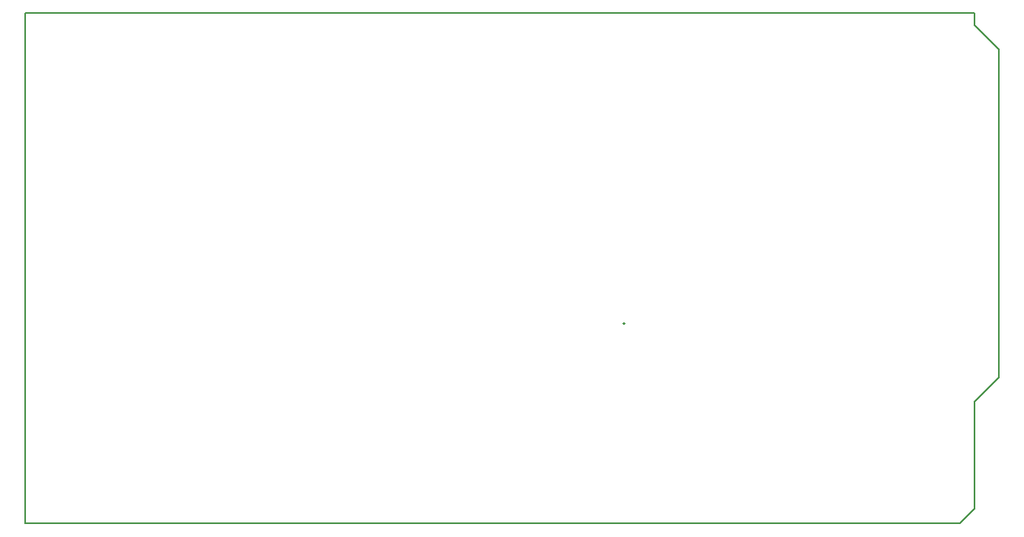
<source format=gbr>
%TF.GenerationSoftware,KiCad,Pcbnew,(6.0.1)*%
%TF.CreationDate,2022-11-01T11:59:45+11:00*%
%TF.ProjectId,IS250 Interface Board,49533235-3020-4496-9e74-657266616365,rev?*%
%TF.SameCoordinates,Original*%
%TF.FileFunction,Legend,Bot*%
%TF.FilePolarity,Positive*%
%FSLAX46Y46*%
G04 Gerber Fmt 4.6, Leading zero omitted, Abs format (unit mm)*
G04 Created by KiCad (PCBNEW (6.0.1)) date 2022-11-01 11:59:45*
%MOMM*%
%LPD*%
G01*
G04 APERTURE LIST*
%ADD10C,0.150000*%
G04 APERTURE END LIST*
D10*
%TO.C,XA1*%
X129159000Y-94678642D02*
X129111380Y-94726261D01*
X129159000Y-94773880D01*
X129206619Y-94726261D01*
X129159000Y-94678642D01*
X129159000Y-94773880D01*
X165735000Y-62317500D02*
X165735000Y-63587500D01*
X165735000Y-63587500D02*
X168275000Y-66127500D01*
X168275000Y-100417500D02*
X165735000Y-102957500D01*
X66675000Y-115657500D02*
X164211000Y-115657500D01*
X165735000Y-102957500D02*
X165735000Y-114133500D01*
X168275000Y-66127500D02*
X168275000Y-100417500D01*
X66675000Y-62317500D02*
X165735000Y-62317500D01*
X164211000Y-115657500D02*
X165735000Y-114133500D01*
X66675000Y-115657500D02*
X66675000Y-62317500D01*
%TD*%
M02*

</source>
